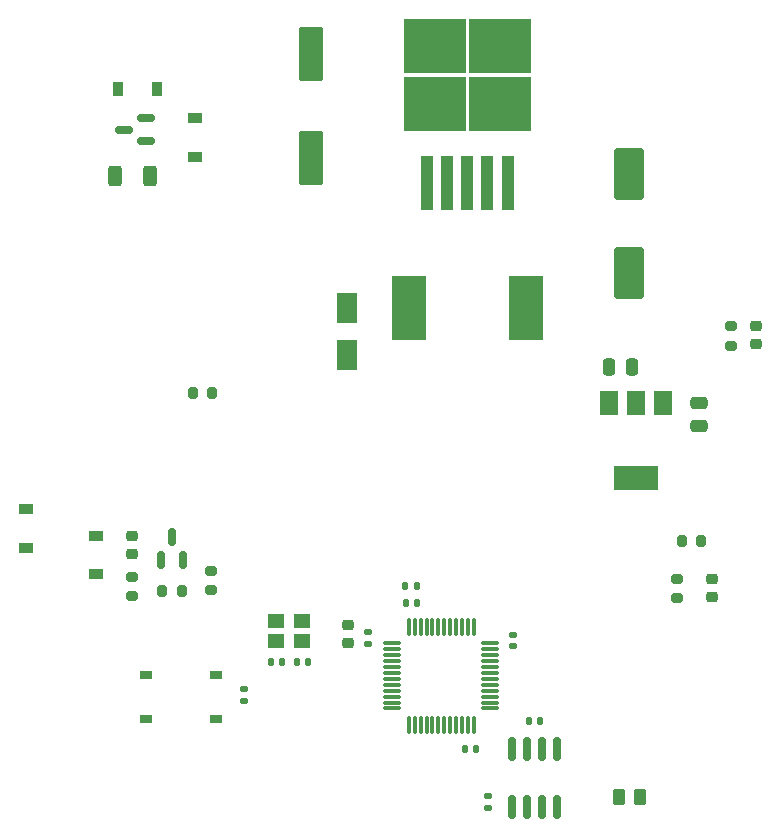
<source format=gtp>
G04 #@! TF.GenerationSoftware,KiCad,Pcbnew,(6.0.11)*
G04 #@! TF.CreationDate,2023-08-29T14:33:34-05:00*
G04 #@! TF.ProjectId,Puerta,50756572-7461-42e6-9b69-6361645f7063,rev?*
G04 #@! TF.SameCoordinates,Original*
G04 #@! TF.FileFunction,Paste,Top*
G04 #@! TF.FilePolarity,Positive*
%FSLAX46Y46*%
G04 Gerber Fmt 4.6, Leading zero omitted, Abs format (unit mm)*
G04 Created by KiCad (PCBNEW (6.0.11)) date 2023-08-29 14:33:34*
%MOMM*%
%LPD*%
G01*
G04 APERTURE LIST*
G04 Aperture macros list*
%AMRoundRect*
0 Rectangle with rounded corners*
0 $1 Rounding radius*
0 $2 $3 $4 $5 $6 $7 $8 $9 X,Y pos of 4 corners*
0 Add a 4 corners polygon primitive as box body*
4,1,4,$2,$3,$4,$5,$6,$7,$8,$9,$2,$3,0*
0 Add four circle primitives for the rounded corners*
1,1,$1+$1,$2,$3*
1,1,$1+$1,$4,$5*
1,1,$1+$1,$6,$7*
1,1,$1+$1,$8,$9*
0 Add four rect primitives between the rounded corners*
20,1,$1+$1,$2,$3,$4,$5,0*
20,1,$1+$1,$4,$5,$6,$7,0*
20,1,$1+$1,$6,$7,$8,$9,0*
20,1,$1+$1,$8,$9,$2,$3,0*%
G04 Aperture macros list end*
%ADD10RoundRect,0.140000X-0.170000X0.140000X-0.170000X-0.140000X0.170000X-0.140000X0.170000X0.140000X0*%
%ADD11RoundRect,0.140000X-0.140000X-0.170000X0.140000X-0.170000X0.140000X0.170000X-0.140000X0.170000X0*%
%ADD12RoundRect,0.150000X-0.150000X0.825000X-0.150000X-0.825000X0.150000X-0.825000X0.150000X0.825000X0*%
%ADD13RoundRect,0.218750X-0.256250X0.218750X-0.256250X-0.218750X0.256250X-0.218750X0.256250X0.218750X0*%
%ADD14RoundRect,0.200000X0.200000X0.275000X-0.200000X0.275000X-0.200000X-0.275000X0.200000X-0.275000X0*%
%ADD15RoundRect,0.150000X0.150000X-0.587500X0.150000X0.587500X-0.150000X0.587500X-0.150000X-0.587500X0*%
%ADD16RoundRect,0.225000X-0.250000X0.225000X-0.250000X-0.225000X0.250000X-0.225000X0.250000X0.225000X0*%
%ADD17R,0.910000X1.220000*%
%ADD18RoundRect,0.140000X0.170000X-0.140000X0.170000X0.140000X-0.170000X0.140000X-0.170000X-0.140000X0*%
%ADD19RoundRect,0.200000X-0.275000X0.200000X-0.275000X-0.200000X0.275000X-0.200000X0.275000X0.200000X0*%
%ADD20RoundRect,0.250000X0.312500X0.625000X-0.312500X0.625000X-0.312500X-0.625000X0.312500X-0.625000X0*%
%ADD21R,1.800000X2.500000*%
%ADD22R,5.250000X4.550000*%
%ADD23R,1.100000X4.600000*%
%ADD24RoundRect,0.250000X1.000000X-1.950000X1.000000X1.950000X-1.000000X1.950000X-1.000000X-1.950000X0*%
%ADD25R,1.000000X0.750000*%
%ADD26R,2.899999X5.399999*%
%ADD27RoundRect,0.250000X-0.262500X-0.450000X0.262500X-0.450000X0.262500X0.450000X-0.262500X0.450000X0*%
%ADD28RoundRect,0.140000X0.140000X0.170000X-0.140000X0.170000X-0.140000X-0.170000X0.140000X-0.170000X0*%
%ADD29RoundRect,0.200000X0.275000X-0.200000X0.275000X0.200000X-0.275000X0.200000X-0.275000X-0.200000X0*%
%ADD30RoundRect,0.150000X0.587500X0.150000X-0.587500X0.150000X-0.587500X-0.150000X0.587500X-0.150000X0*%
%ADD31R,1.200000X0.900000*%
%ADD32RoundRect,0.250000X0.475000X-0.250000X0.475000X0.250000X-0.475000X0.250000X-0.475000X-0.250000X0*%
%ADD33R,1.220000X0.910000*%
%ADD34RoundRect,0.225000X0.250000X-0.225000X0.250000X0.225000X-0.250000X0.225000X-0.250000X-0.225000X0*%
%ADD35RoundRect,0.200000X-0.200000X-0.275000X0.200000X-0.275000X0.200000X0.275000X-0.200000X0.275000X0*%
%ADD36RoundRect,0.250001X0.799999X-2.049999X0.799999X2.049999X-0.799999X2.049999X-0.799999X-2.049999X0*%
%ADD37RoundRect,0.075000X-0.662500X-0.075000X0.662500X-0.075000X0.662500X0.075000X-0.662500X0.075000X0*%
%ADD38RoundRect,0.075000X-0.075000X-0.662500X0.075000X-0.662500X0.075000X0.662500X-0.075000X0.662500X0*%
%ADD39R,1.500000X2.000000*%
%ADD40R,3.800000X2.000000*%
%ADD41RoundRect,0.250000X-0.250000X-0.475000X0.250000X-0.475000X0.250000X0.475000X-0.250000X0.475000X0*%
%ADD42R,1.400000X1.200000*%
%ADD43RoundRect,0.135000X0.135000X0.185000X-0.135000X0.185000X-0.135000X-0.185000X0.135000X-0.185000X0*%
G04 APERTURE END LIST*
D10*
X117297200Y-86210200D03*
X117297200Y-87170200D03*
D11*
X96830000Y-88544400D03*
X97790000Y-88544400D03*
D12*
X121031000Y-95899200D03*
X119761000Y-95899200D03*
X118491000Y-95899200D03*
X117221000Y-95899200D03*
X117221000Y-100849200D03*
X118491000Y-100849200D03*
X119761000Y-100849200D03*
X121031000Y-100849200D03*
D13*
X85064600Y-77823600D03*
X85064600Y-79398600D03*
D14*
X89267800Y-82524600D03*
X87617800Y-82524600D03*
D15*
X87518200Y-79855300D03*
X89418200Y-79855300D03*
X88468200Y-77980300D03*
D16*
X134188200Y-81470200D03*
X134188200Y-83020200D03*
D17*
X83912200Y-40030400D03*
X87182200Y-40030400D03*
D18*
X105079800Y-86967000D03*
X105079800Y-86007000D03*
D19*
X85064600Y-81318600D03*
X85064600Y-82968600D03*
D20*
X86577900Y-47396400D03*
X83652900Y-47396400D03*
D11*
X118646000Y-93522800D03*
X119606000Y-93522800D03*
D21*
X103276400Y-58553600D03*
X103276400Y-62553600D03*
D14*
X91858600Y-65735200D03*
X90208600Y-65735200D03*
D22*
X110686800Y-36414800D03*
X116236800Y-36414800D03*
X116236800Y-41264800D03*
X110686800Y-41264800D03*
D23*
X110061800Y-47989800D03*
X111761800Y-47989800D03*
X113461800Y-47989800D03*
X115161800Y-47989800D03*
X116861800Y-47989800D03*
D24*
X127177800Y-55609600D03*
X127177800Y-47209600D03*
D25*
X92215600Y-93391200D03*
X86215600Y-93391200D03*
X92215600Y-89641200D03*
X86215600Y-89641200D03*
D26*
X108486400Y-58597799D03*
X118386400Y-58597799D03*
D27*
X126290700Y-99974400D03*
X128115700Y-99974400D03*
D18*
X115189000Y-100860800D03*
X115189000Y-99900800D03*
D28*
X99999800Y-88544400D03*
X99039800Y-88544400D03*
D29*
X135763000Y-61734200D03*
X135763000Y-60084200D03*
D30*
X86230700Y-44409400D03*
X86230700Y-42509400D03*
X84355700Y-43459400D03*
D31*
X90398600Y-42495200D03*
X90398600Y-45795200D03*
D32*
X133045200Y-68530148D03*
X133045200Y-66630148D03*
D29*
X131191000Y-83121000D03*
X131191000Y-81471000D03*
D33*
X82016600Y-81111600D03*
X82016600Y-77841600D03*
D11*
X108232000Y-83540600D03*
X109192000Y-83540600D03*
D19*
X91719400Y-80785200D03*
X91719400Y-82435200D03*
D34*
X103378000Y-86957200D03*
X103378000Y-85407200D03*
D35*
X131610600Y-78308200D03*
X133260600Y-78308200D03*
D36*
X100228400Y-45852800D03*
X100228400Y-37052800D03*
D33*
X76073000Y-78851000D03*
X76073000Y-75581000D03*
D37*
X107089500Y-86962800D03*
X107089500Y-87462800D03*
X107089500Y-87962800D03*
X107089500Y-88462800D03*
X107089500Y-88962800D03*
X107089500Y-89462800D03*
X107089500Y-89962800D03*
X107089500Y-90462800D03*
X107089500Y-90962800D03*
X107089500Y-91462800D03*
X107089500Y-91962800D03*
X107089500Y-92462800D03*
D38*
X108502000Y-93875300D03*
X109002000Y-93875300D03*
X109502000Y-93875300D03*
X110002000Y-93875300D03*
X110502000Y-93875300D03*
X111002000Y-93875300D03*
X111502000Y-93875300D03*
X112002000Y-93875300D03*
X112502000Y-93875300D03*
X113002000Y-93875300D03*
X113502000Y-93875300D03*
X114002000Y-93875300D03*
D37*
X115414500Y-92462800D03*
X115414500Y-91962800D03*
X115414500Y-91462800D03*
X115414500Y-90962800D03*
X115414500Y-90462800D03*
X115414500Y-89962800D03*
X115414500Y-89462800D03*
X115414500Y-88962800D03*
X115414500Y-88462800D03*
X115414500Y-87962800D03*
X115414500Y-87462800D03*
X115414500Y-86962800D03*
D38*
X114002000Y-85550300D03*
X113502000Y-85550300D03*
X113002000Y-85550300D03*
X112502000Y-85550300D03*
X112002000Y-85550300D03*
X111502000Y-85550300D03*
X111002000Y-85550300D03*
X110502000Y-85550300D03*
X110002000Y-85550300D03*
X109502000Y-85550300D03*
X109002000Y-85550300D03*
X108502000Y-85550300D03*
D39*
X130011200Y-66623800D03*
D40*
X127711200Y-72923800D03*
D39*
X127711200Y-66623800D03*
X125411200Y-66623800D03*
D28*
X114221200Y-95910400D03*
X113261200Y-95910400D03*
D41*
X125491200Y-63576200D03*
X127391200Y-63576200D03*
D42*
X99451400Y-85027400D03*
X97251400Y-85027400D03*
X97251400Y-86727400D03*
X99451400Y-86727400D03*
D13*
X137896600Y-60070900D03*
X137896600Y-61645900D03*
D10*
X94564200Y-90833000D03*
X94564200Y-91793000D03*
D43*
X109196600Y-82092800D03*
X108176600Y-82092800D03*
M02*

</source>
